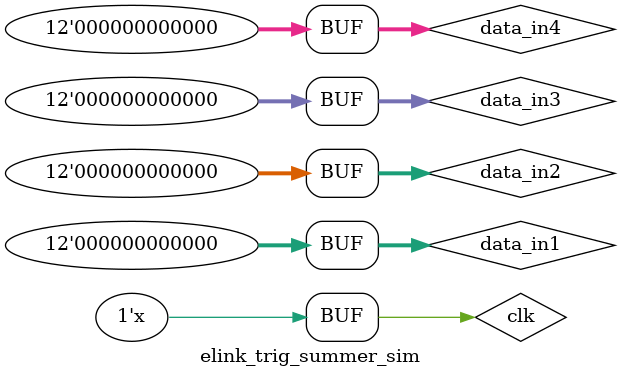
<source format=v>
`timescale 1ns / 1ps
module elink_trig_summer_sim();

  reg clk;
  reg [11:0] data_in1;
  reg [11:0] data_in2;
  reg [11:0] data_in3;
  reg [11:0] data_in4;

  wire [12:0] data_out;

  elink_trig_summer elink_trig_summer(
    .clk(clk),
    .data_in1(data_in1),
    .data_in2(data_in2),
    .data_in3(data_in3),
    .data_in4(data_in4),
    .data_out(data_out)
  );

  initial begin
    $dumpfile("elink_trig_summer.vcd");
    $dumpvars(0,elink_trig_summer);
    clk=0;
    data_in1='d0;
    data_in2='d0;
    data_in3='d0;
    data_in4='d0;
    #2;
    data_in1='d100;
    data_in2='d100;
    data_in3='d100;
    data_in4='d100;
    #2;
    data_in1='d500;
    data_in2='d500;
    data_in3='d500;
    data_in4='d500;
    #2;
    data_in1='d1000;
    data_in2='d1000;
    data_in3='d1000;
    data_in4='d1000;
    #2;
    data_in1='d1000;
    data_in2='d1000;
    data_in3='d1000;
    data_in4='d1000;
    #2;
    data_in1='d500;
    data_in2='d500;
    data_in3='d500;
    data_in4='d500;
    #2;
    data_in1='d100;
    data_in2='d100;
    data_in3='d100;
    data_in4='d100;
    #2;
    data_in1='d0;
    data_in2='d0;
    data_in3='d0;
    data_in4='d0;
    #2;
    data_in1='d0;
    data_in2='d0;
    data_in3='d0;
    data_in4='d0;
    #2;
    data_in1='d100;
    data_in2='d100;
    data_in3='d100;
    data_in4='d100;
    #2;
    data_in1='d500;
    data_in2='d500;
    data_in3='d500;
    data_in4='d500;
    #2;
    data_in1='d1000;
    data_in2='d1000;
    data_in3='d1000;
    data_in4='d1000;
    #2;
    data_in1='d500;
    data_in2='d500;
    data_in3='d500;
    data_in4='d500;
    #2;
    data_in1='d500;
    data_in2='d500;
    data_in3='d500;
    data_in4='d500;
    #2;
    data_in1='d100;
    data_in2='d100;
    data_in3='d100;
    data_in4='d100;
    #2;
    data_in1='d0;
    data_in2='d0;
    data_in3='d0;
    data_in4='d0;
    #2;
    data_in1='d0;
    data_in2='d0;
    data_in3='d0;
    data_in4='d0;
    #2;
    data_in1='d100;
    data_in2='d100;
    data_in3='d100;
    data_in4='d100;
    #2;
    data_in1='d500;
    data_in2='d500;
    data_in3='d500;
    data_in4='d500;
    #2;
    data_in1='d1000;
    data_in2='d1000;
    data_in3='d1000;
    data_in4='d1000;
    #2;
    data_in1='d1000;
    data_in2='d1000;
    data_in3='d1000;
    data_in4='d1000;
    #2;
    data_in1='d500;
    data_in2='d500;
    data_in3='d500;
    data_in4='d500;
    #2;
    data_in1='d100;
    data_in2='d100;
    data_in3='d100;
    data_in4='d100;
    #2;
    data_in1='d0;
    data_in2='d0;
    data_in3='d0;
    data_in4='d0;
  end
  always begin
    clk =! clk;
    #1;
  end
endmodule
</source>
